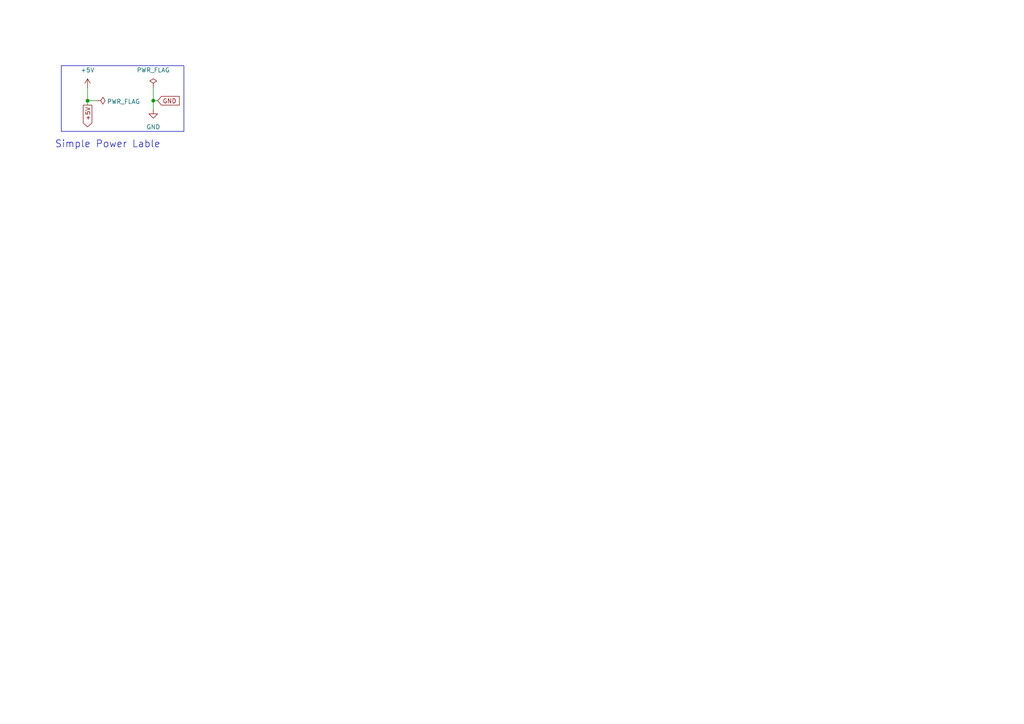
<source format=kicad_sch>
(kicad_sch (version 20250114) (generator "eeschema") (generator_version "9.0")
  (paper "A4")
  (title_block (title "Power"))
  (lib_symbols
    (symbol "power:+5V" (power) (pin_numbers (hide yes)) (pin_names (offset 0) (hide yes))
      (property "Value" "+5V" (at 0 3.556 0))
      (symbol "+5V_0_1"
        (polyline (pts (xy -0.762 1.27) (xy 0 2.54)))
        (polyline (pts (xy 0 2.54) (xy 0.762 1.27)))
        (polyline (pts (xy 0 0) (xy 0 2.54)))
      )
      (symbol "+5V_1_1"
        (pin power_in line (at 0 0 90) (length 0) (name "~") (number "1"))
      )
    )
    (symbol "power:GND" (power) (pin_numbers (hide yes)) (pin_names (offset 0) (hide yes))
      (property "Value" "GND" (at 0 -3.81 0))
      (symbol "GND_0_1"
        (polyline (pts (xy 0 0) (xy 0 -1.27) (xy 1.27 -1.27) (xy 0 -2.54) (xy -1.27 -1.27) (xy 0 -1.27)))
      )
      (symbol "GND_1_1"
        (pin power_in line (at 0 0 270) (length 0) (name "~") (number "1"))
      )
    )
    (symbol "power:PWR_FLAG" (power) (pin_numbers (hide yes)) (pin_names (offset 0) (hide yes))
      (property "Value" "PWR_FLAG" (at 0 3.81 0))
      (symbol "PWR_FLAG_0_0"
        (pin power_out line (at 0 0 90) (length 0) (name "~") (number "1"))
      )
      (symbol "PWR_FLAG_0_1"
        (polyline (pts (xy 0 0) (xy 0 1.27) (xy -1.016 1.905) (xy 0 2.54) (xy 1.016 1.905) (xy 0 1.27)))
      )
    )
  )
  (rectangle (start 17.78 19.05) (end 53.34 38.1))
  (text "Simple Power Lable" (at 31.242 41.91 0) (effects (font (size 2.032 2.032))))
  (junction (at 25.4 29.21))
  (junction (at 44.45 29.21))
  (wire (pts (xy 44.45 25.4) (xy 44.45 29.21)))
  (wire (pts (xy 25.4 29.21) (xy 25.4 25.4)))
  (wire (pts (xy 45.72 29.21) (xy 44.45 29.21)))
  (wire (pts (xy 27.94 29.21) (xy 25.4 29.21)))
  (wire (pts (xy 25.4 29.21) (xy 25.4 30.48)))
  (wire (pts (xy 44.45 29.21) (xy 44.45 31.75)))
  (global_label "GND" (shape input) (at 45.72 29.21 0) (property "Intersheetrefs" "${INTERSHEET_REFS}" (effects (hide yes))))
  (global_label "+5V" (shape output) (at 25.4 30.48 270) (property "Intersheetrefs" "${INTERSHEET_REFS}" (effects (hide yes))))
  (symbol (lib_id "power:GND") (at 44.45 31.75 0) (unit 1)
    (property "Reference" "#PWR05" (effects (hide yes)))
    (property "Value" "GND" (at 44.45 36.83 0))
    (property "Description" "Power symbol creates a global label with name \"GND\" , ground" (effects (hide yes)))
  )
  (symbol (lib_id "power:PWR_FLAG") (at 27.94 29.21 270) (unit 1)
    (property "Reference" "#FLG01" (effects (hide yes)))
    (property "Value" "PWR_FLAG" (at 30.988 29.464 90) (effects (justify left)))
    (property "Description" "Special symbol for telling ERC where power comes from" (effects (hide yes)))
  )
  (symbol (lib_id "power:+5V") (at 25.4 25.4 0) (unit 1)
    (property "Reference" "#PWR04" (effects (hide yes)))
    (property "Value" "+5V" (at 25.4 20.32 0))
    (property "Description" "Power symbol creates a global label with name \"+5V\"" (effects (hide yes)))
  )
  (symbol (lib_id "power:PWR_FLAG") (at 44.45 25.4 0) (unit 1)
    (property "Reference" "#FLG02" (effects (hide yes)))
    (property "Value" "PWR_FLAG" (at 44.45 20.32 0))
    (property "Description" "Special symbol for telling ERC where power comes from" (effects (hide yes)))
  )
)
</source>
